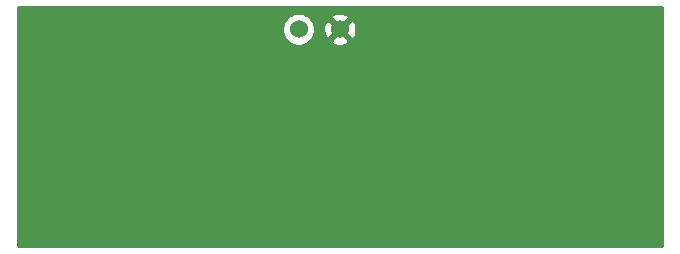
<source format=gbr>
G04 #@! TF.GenerationSoftware,KiCad,Pcbnew,5.1.2-f72e74a~84~ubuntu18.04.1*
G04 #@! TF.CreationDate,2019-07-08T14:46:27+02:00*
G04 #@! TF.ProjectId,lna_kicad,6c6e615f-6b69-4636-9164-2e6b69636164,rev?*
G04 #@! TF.SameCoordinates,Original*
G04 #@! TF.FileFunction,Copper,L2,Bot*
G04 #@! TF.FilePolarity,Positive*
%FSLAX46Y46*%
G04 Gerber Fmt 4.6, Leading zero omitted, Abs format (unit mm)*
G04 Created by KiCad (PCBNEW 5.1.2-f72e74a~84~ubuntu18.04.1) date 2019-07-08 14:46:27*
%MOMM*%
%LPD*%
G04 APERTURE LIST*
%ADD10C,1.524000*%
%ADD11C,0.800000*%
%ADD12C,0.400000*%
%ADD13C,0.254000*%
G04 APERTURE END LIST*
D10*
X134620000Y-104140000D03*
X131120000Y-104140000D03*
D11*
X158750000Y-114300000D03*
X158750000Y-119380000D03*
X161290000Y-119380000D03*
X160020000Y-119380000D03*
X161290000Y-114300000D03*
X160020000Y-114300000D03*
X110490000Y-119380000D03*
X110490000Y-114300000D03*
X109220000Y-119380000D03*
X107950000Y-119400000D03*
X107950000Y-114300000D03*
X109220000Y-114300000D03*
D12*
X134620000Y-116270000D03*
X134620000Y-117410000D03*
X134620000Y-116840000D03*
D13*
G36*
X161900001Y-122530000D02*
G01*
X107340000Y-122530000D01*
X107340000Y-104002408D01*
X129723000Y-104002408D01*
X129723000Y-104277592D01*
X129776686Y-104547490D01*
X129881995Y-104801727D01*
X130034880Y-105030535D01*
X130229465Y-105225120D01*
X130458273Y-105378005D01*
X130712510Y-105483314D01*
X130982408Y-105537000D01*
X131257592Y-105537000D01*
X131527490Y-105483314D01*
X131781727Y-105378005D01*
X132010535Y-105225120D01*
X132130090Y-105105565D01*
X133834040Y-105105565D01*
X133901020Y-105345656D01*
X134150048Y-105462756D01*
X134417135Y-105529023D01*
X134692017Y-105541910D01*
X134964133Y-105500922D01*
X135223023Y-105407636D01*
X135338980Y-105345656D01*
X135405960Y-105105565D01*
X134620000Y-104319605D01*
X133834040Y-105105565D01*
X132130090Y-105105565D01*
X132205120Y-105030535D01*
X132358005Y-104801727D01*
X132463314Y-104547490D01*
X132517000Y-104277592D01*
X132517000Y-104212017D01*
X133218090Y-104212017D01*
X133259078Y-104484133D01*
X133352364Y-104743023D01*
X133414344Y-104858980D01*
X133654435Y-104925960D01*
X134440395Y-104140000D01*
X134799605Y-104140000D01*
X135585565Y-104925960D01*
X135825656Y-104858980D01*
X135942756Y-104609952D01*
X136009023Y-104342865D01*
X136021910Y-104067983D01*
X135980922Y-103795867D01*
X135887636Y-103536977D01*
X135825656Y-103421020D01*
X135585565Y-103354040D01*
X134799605Y-104140000D01*
X134440395Y-104140000D01*
X133654435Y-103354040D01*
X133414344Y-103421020D01*
X133297244Y-103670048D01*
X133230977Y-103937135D01*
X133218090Y-104212017D01*
X132517000Y-104212017D01*
X132517000Y-104002408D01*
X132463314Y-103732510D01*
X132358005Y-103478273D01*
X132205120Y-103249465D01*
X132130090Y-103174435D01*
X133834040Y-103174435D01*
X134620000Y-103960395D01*
X135405960Y-103174435D01*
X135338980Y-102934344D01*
X135089952Y-102817244D01*
X134822865Y-102750977D01*
X134547983Y-102738090D01*
X134275867Y-102779078D01*
X134016977Y-102872364D01*
X133901020Y-102934344D01*
X133834040Y-103174435D01*
X132130090Y-103174435D01*
X132010535Y-103054880D01*
X131781727Y-102901995D01*
X131527490Y-102796686D01*
X131257592Y-102743000D01*
X130982408Y-102743000D01*
X130712510Y-102796686D01*
X130458273Y-102901995D01*
X130229465Y-103054880D01*
X130034880Y-103249465D01*
X129881995Y-103478273D01*
X129776686Y-103732510D01*
X129723000Y-104002408D01*
X107340000Y-104002408D01*
X107340000Y-102260000D01*
X161900000Y-102260000D01*
X161900001Y-122530000D01*
X161900001Y-122530000D01*
G37*
X161900001Y-122530000D02*
X107340000Y-122530000D01*
X107340000Y-104002408D01*
X129723000Y-104002408D01*
X129723000Y-104277592D01*
X129776686Y-104547490D01*
X129881995Y-104801727D01*
X130034880Y-105030535D01*
X130229465Y-105225120D01*
X130458273Y-105378005D01*
X130712510Y-105483314D01*
X130982408Y-105537000D01*
X131257592Y-105537000D01*
X131527490Y-105483314D01*
X131781727Y-105378005D01*
X132010535Y-105225120D01*
X132130090Y-105105565D01*
X133834040Y-105105565D01*
X133901020Y-105345656D01*
X134150048Y-105462756D01*
X134417135Y-105529023D01*
X134692017Y-105541910D01*
X134964133Y-105500922D01*
X135223023Y-105407636D01*
X135338980Y-105345656D01*
X135405960Y-105105565D01*
X134620000Y-104319605D01*
X133834040Y-105105565D01*
X132130090Y-105105565D01*
X132205120Y-105030535D01*
X132358005Y-104801727D01*
X132463314Y-104547490D01*
X132517000Y-104277592D01*
X132517000Y-104212017D01*
X133218090Y-104212017D01*
X133259078Y-104484133D01*
X133352364Y-104743023D01*
X133414344Y-104858980D01*
X133654435Y-104925960D01*
X134440395Y-104140000D01*
X134799605Y-104140000D01*
X135585565Y-104925960D01*
X135825656Y-104858980D01*
X135942756Y-104609952D01*
X136009023Y-104342865D01*
X136021910Y-104067983D01*
X135980922Y-103795867D01*
X135887636Y-103536977D01*
X135825656Y-103421020D01*
X135585565Y-103354040D01*
X134799605Y-104140000D01*
X134440395Y-104140000D01*
X133654435Y-103354040D01*
X133414344Y-103421020D01*
X133297244Y-103670048D01*
X133230977Y-103937135D01*
X133218090Y-104212017D01*
X132517000Y-104212017D01*
X132517000Y-104002408D01*
X132463314Y-103732510D01*
X132358005Y-103478273D01*
X132205120Y-103249465D01*
X132130090Y-103174435D01*
X133834040Y-103174435D01*
X134620000Y-103960395D01*
X135405960Y-103174435D01*
X135338980Y-102934344D01*
X135089952Y-102817244D01*
X134822865Y-102750977D01*
X134547983Y-102738090D01*
X134275867Y-102779078D01*
X134016977Y-102872364D01*
X133901020Y-102934344D01*
X133834040Y-103174435D01*
X132130090Y-103174435D01*
X132010535Y-103054880D01*
X131781727Y-102901995D01*
X131527490Y-102796686D01*
X131257592Y-102743000D01*
X130982408Y-102743000D01*
X130712510Y-102796686D01*
X130458273Y-102901995D01*
X130229465Y-103054880D01*
X130034880Y-103249465D01*
X129881995Y-103478273D01*
X129776686Y-103732510D01*
X129723000Y-104002408D01*
X107340000Y-104002408D01*
X107340000Y-102260000D01*
X161900000Y-102260000D01*
X161900001Y-122530000D01*
M02*

</source>
